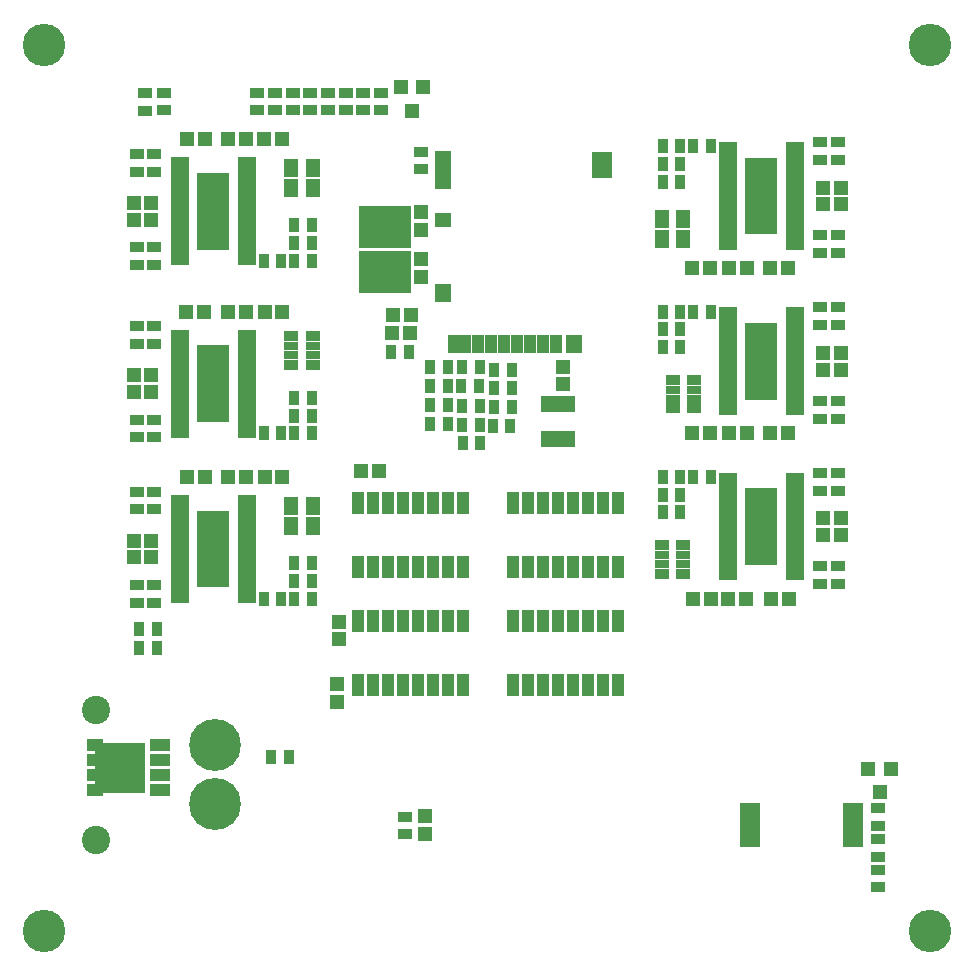
<source format=gbs>
G04 #@! TF.GenerationSoftware,KiCad,Pcbnew,(5.0.0)*
G04 #@! TF.CreationDate,2020-01-25T17:25:25+09:00*
G04 #@! TF.ProjectId,General_purpose_lancer_board,47656E6572616C5F707572706F73655F,rev?*
G04 #@! TF.SameCoordinates,PX69618a0PY822d320*
G04 #@! TF.FileFunction,Soldermask,Bot*
G04 #@! TF.FilePolarity,Negative*
%FSLAX46Y46*%
G04 Gerber Fmt 4.6, Leading zero omitted, Abs format (unit mm)*
G04 Created by KiCad (PCBNEW (5.0.0)) date 01/25/20 17:25:25*
%MOMM*%
%LPD*%
G01*
G04 APERTURE LIST*
%ADD10R,1.670000X1.010000*%
%ADD11R,1.420000X1.010000*%
%ADD12R,4.210000X4.310000*%
%ADD13R,1.300000X0.900000*%
%ADD14C,2.400000*%
%ADD15C,4.400000*%
%ADD16R,1.200000X1.150000*%
%ADD17R,1.100000X1.600000*%
%ADD18R,1.400000X1.600000*%
%ADD19R,1.400000X1.200000*%
%ADD20R,1.400000X3.200000*%
%ADD21R,1.700000X2.300000*%
%ADD22R,0.900000X1.300000*%
%ADD23C,3.600000*%
%ADD24R,1.700000X3.800000*%
%ADD25R,1.150000X1.200000*%
%ADD26R,2.900000X1.400000*%
%ADD27R,1.500000X0.800000*%
%ADD28R,1.600000X1.942500*%
%ADD29R,1.200000X1.300000*%
%ADD30R,1.000000X1.900000*%
%ADD31R,2.200000X1.900000*%
%ADD32R,1.200000X0.900000*%
%ADD33R,1.200000X0.800000*%
G04 APERTURE END LIST*
D10*
G04 #@! TO.C,FET13*
X12270000Y18205000D03*
X12270000Y16935000D03*
X12270000Y15665000D03*
X12270000Y14395000D03*
D11*
X6805000Y14395000D03*
X6805000Y15665000D03*
X6805000Y16935000D03*
X6805000Y18205000D03*
D12*
X8910000Y16300000D03*
G04 #@! TD*
D13*
G04 #@! TO.C,R108*
X73100000Y7650000D03*
X73100000Y6150000D03*
G04 #@! TD*
D14*
G04 #@! TO.C,J3*
X6900000Y21200000D03*
X6900000Y10200000D03*
D15*
X16900000Y18200000D03*
X16900000Y13200000D03*
G04 #@! TD*
D16*
G04 #@! TO.C,C48*
X64000000Y30600000D03*
X65500000Y30600000D03*
G04 #@! TD*
D17*
G04 #@! TO.C,J13*
X37150000Y52200000D03*
X38100000Y52200000D03*
X45800000Y52200000D03*
X44700000Y52200000D03*
X43600000Y52200000D03*
X42500000Y52200000D03*
X41400000Y52200000D03*
X40300000Y52200000D03*
X39200000Y52200000D03*
D18*
X47350000Y52200000D03*
X36200000Y56500000D03*
D19*
X36200000Y62700000D03*
D20*
X36200000Y66850000D03*
D21*
X49700000Y67300000D03*
G04 #@! TD*
D22*
G04 #@! TO.C,R42*
X54850000Y37900000D03*
X56350000Y37900000D03*
G04 #@! TD*
D13*
G04 #@! TO.C,R58*
X69700000Y33350000D03*
X69700000Y31850000D03*
G04 #@! TD*
D23*
G04 #@! TO.C,REF\002A\002A*
X2500000Y77500000D03*
G04 #@! TD*
G04 #@! TO.C,REF\002A\002A*
X2500000Y2500000D03*
G04 #@! TD*
G04 #@! TO.C,REF\002A\002A*
X77500000Y2500000D03*
G04 #@! TD*
G04 #@! TO.C,REF\002A\002A*
X77500000Y77500000D03*
G04 #@! TD*
D22*
G04 #@! TO.C,R2*
X21700000Y17200000D03*
X23200000Y17200000D03*
G04 #@! TD*
D24*
G04 #@! TO.C,BZ1*
X62250000Y11400000D03*
X70950000Y11400000D03*
G04 #@! TD*
D25*
G04 #@! TO.C,C1*
X34400000Y57850000D03*
X34400000Y59350000D03*
G04 #@! TD*
G04 #@! TO.C,C3*
X34400000Y61850000D03*
X34400000Y63350000D03*
G04 #@! TD*
D16*
G04 #@! TO.C,C4*
X33450000Y53100000D03*
X31950000Y53100000D03*
G04 #@! TD*
G04 #@! TO.C,C5*
X32000000Y54600000D03*
X33500000Y54600000D03*
G04 #@! TD*
D25*
G04 #@! TO.C,C13*
X34700000Y10700000D03*
X34700000Y12200000D03*
G04 #@! TD*
D16*
G04 #@! TO.C,C24*
X29300000Y41400000D03*
X30800000Y41400000D03*
G04 #@! TD*
D25*
G04 #@! TO.C,C26*
X27300000Y23350000D03*
X27300000Y21850000D03*
G04 #@! TD*
G04 #@! TO.C,C30*
X27400000Y28650000D03*
X27400000Y27150000D03*
G04 #@! TD*
D16*
G04 #@! TO.C,C31*
X61950000Y58600000D03*
X60450000Y58600000D03*
G04 #@! TD*
G04 #@! TO.C,C32*
X18050000Y54900000D03*
X19550000Y54900000D03*
G04 #@! TD*
G04 #@! TO.C,C33*
X61900000Y30600000D03*
X60400000Y30600000D03*
G04 #@! TD*
G04 #@! TO.C,C34*
X58850000Y58600000D03*
X57350000Y58600000D03*
G04 #@! TD*
G04 #@! TO.C,C35*
X21150000Y54900000D03*
X22650000Y54900000D03*
G04 #@! TD*
G04 #@! TO.C,C36*
X58900000Y30600000D03*
X57400000Y30600000D03*
G04 #@! TD*
G04 #@! TO.C,C37*
X18050000Y69500000D03*
X19550000Y69500000D03*
G04 #@! TD*
G04 #@! TO.C,C38*
X21100000Y69500000D03*
X22600000Y69500000D03*
G04 #@! TD*
G04 #@! TO.C,C39*
X69950000Y64000000D03*
X68450000Y64000000D03*
G04 #@! TD*
G04 #@! TO.C,C40*
X10050000Y49500000D03*
X11550000Y49500000D03*
G04 #@! TD*
G04 #@! TO.C,C41*
X69950000Y36000000D03*
X68450000Y36000000D03*
G04 #@! TD*
G04 #@! TO.C,C42*
X63950000Y58600000D03*
X65450000Y58600000D03*
G04 #@! TD*
G04 #@! TO.C,C44*
X69950000Y65400000D03*
X68450000Y65400000D03*
G04 #@! TD*
G04 #@! TO.C,C45*
X16000000Y54900000D03*
X14500000Y54900000D03*
G04 #@! TD*
G04 #@! TO.C,C47*
X10050000Y48100000D03*
X11550000Y48100000D03*
G04 #@! TD*
G04 #@! TO.C,C50*
X69950000Y37400000D03*
X68450000Y37400000D03*
G04 #@! TD*
G04 #@! TO.C,C51*
X10050000Y64100000D03*
X11550000Y64100000D03*
G04 #@! TD*
G04 #@! TO.C,C52*
X16050000Y69500000D03*
X14550000Y69500000D03*
G04 #@! TD*
G04 #@! TO.C,C54*
X10050000Y62700000D03*
X11550000Y62700000D03*
G04 #@! TD*
G04 #@! TO.C,C59*
X18050000Y40900000D03*
X19550000Y40900000D03*
G04 #@! TD*
G04 #@! TO.C,C60*
X61950000Y44600000D03*
X60450000Y44600000D03*
G04 #@! TD*
G04 #@! TO.C,C61*
X21150000Y40900000D03*
X22650000Y40900000D03*
G04 #@! TD*
G04 #@! TO.C,C62*
X58850000Y44600000D03*
X57350000Y44600000D03*
G04 #@! TD*
G04 #@! TO.C,C65*
X10050000Y35500000D03*
X11550000Y35500000D03*
G04 #@! TD*
G04 #@! TO.C,C66*
X69950000Y50000000D03*
X68450000Y50000000D03*
G04 #@! TD*
G04 #@! TO.C,C67*
X16050000Y40900000D03*
X14550000Y40900000D03*
G04 #@! TD*
G04 #@! TO.C,C69*
X10050000Y34100000D03*
X11550000Y34100000D03*
G04 #@! TD*
G04 #@! TO.C,C70*
X63950000Y44600000D03*
X65450000Y44600000D03*
G04 #@! TD*
G04 #@! TO.C,C72*
X69950000Y51400000D03*
X68450000Y51400000D03*
G04 #@! TD*
D26*
G04 #@! TO.C,C83*
X46000000Y47100000D03*
X46000000Y44100000D03*
G04 #@! TD*
D25*
G04 #@! TO.C,C84*
X46400000Y48750000D03*
X46400000Y50250000D03*
G04 #@! TD*
D27*
G04 #@! TO.C,IC1*
X66050000Y68925000D03*
X66050000Y68275000D03*
X66050000Y67625000D03*
X66050000Y66975000D03*
X66050000Y66325000D03*
X66050000Y65675000D03*
X66050000Y65025000D03*
X66050000Y64375000D03*
X66050000Y63725000D03*
X66050000Y63075000D03*
X66050000Y62425000D03*
X66050000Y61775000D03*
X66050000Y61125000D03*
X66050000Y60475000D03*
X60350000Y60475000D03*
X60350000Y61125000D03*
X60350000Y61775000D03*
X60350000Y62425000D03*
X60350000Y63075000D03*
X60350000Y63725000D03*
X60350000Y64375000D03*
X60350000Y65025000D03*
X60350000Y65675000D03*
X60350000Y66325000D03*
X60350000Y66975000D03*
X60350000Y67625000D03*
X60350000Y68275000D03*
X60350000Y68925000D03*
D28*
X62600000Y62386250D03*
X62600000Y63928750D03*
X62600000Y65471250D03*
X62600000Y67013750D03*
X63800000Y62386250D03*
X63800000Y63928750D03*
X63800000Y65471250D03*
X63800000Y67013750D03*
G04 #@! TD*
D27*
G04 #@! TO.C,IC2*
X13950000Y44575000D03*
X13950000Y45225000D03*
X13950000Y45875000D03*
X13950000Y46525000D03*
X13950000Y47175000D03*
X13950000Y47825000D03*
X13950000Y48475000D03*
X13950000Y49125000D03*
X13950000Y49775000D03*
X13950000Y50425000D03*
X13950000Y51075000D03*
X13950000Y51725000D03*
X13950000Y52375000D03*
X13950000Y53025000D03*
X19650000Y53025000D03*
X19650000Y52375000D03*
X19650000Y51725000D03*
X19650000Y51075000D03*
X19650000Y50425000D03*
X19650000Y49775000D03*
X19650000Y49125000D03*
X19650000Y48475000D03*
X19650000Y47825000D03*
X19650000Y47175000D03*
X19650000Y46525000D03*
X19650000Y45875000D03*
X19650000Y45225000D03*
X19650000Y44575000D03*
D28*
X17400000Y51113750D03*
X17400000Y49571250D03*
X17400000Y48028750D03*
X17400000Y46486250D03*
X16200000Y51113750D03*
X16200000Y49571250D03*
X16200000Y48028750D03*
X16200000Y46486250D03*
G04 #@! TD*
D27*
G04 #@! TO.C,IC3*
X66050000Y40925000D03*
X66050000Y40275000D03*
X66050000Y39625000D03*
X66050000Y38975000D03*
X66050000Y38325000D03*
X66050000Y37675000D03*
X66050000Y37025000D03*
X66050000Y36375000D03*
X66050000Y35725000D03*
X66050000Y35075000D03*
X66050000Y34425000D03*
X66050000Y33775000D03*
X66050000Y33125000D03*
X66050000Y32475000D03*
X60350000Y32475000D03*
X60350000Y33125000D03*
X60350000Y33775000D03*
X60350000Y34425000D03*
X60350000Y35075000D03*
X60350000Y35725000D03*
X60350000Y36375000D03*
X60350000Y37025000D03*
X60350000Y37675000D03*
X60350000Y38325000D03*
X60350000Y38975000D03*
X60350000Y39625000D03*
X60350000Y40275000D03*
X60350000Y40925000D03*
D28*
X62600000Y34386250D03*
X62600000Y35928750D03*
X62600000Y37471250D03*
X62600000Y39013750D03*
X63800000Y34386250D03*
X63800000Y35928750D03*
X63800000Y37471250D03*
X63800000Y39013750D03*
G04 #@! TD*
D27*
G04 #@! TO.C,IC4*
X13950000Y59175000D03*
X13950000Y59825000D03*
X13950000Y60475000D03*
X13950000Y61125000D03*
X13950000Y61775000D03*
X13950000Y62425000D03*
X13950000Y63075000D03*
X13950000Y63725000D03*
X13950000Y64375000D03*
X13950000Y65025000D03*
X13950000Y65675000D03*
X13950000Y66325000D03*
X13950000Y66975000D03*
X13950000Y67625000D03*
X19650000Y67625000D03*
X19650000Y66975000D03*
X19650000Y66325000D03*
X19650000Y65675000D03*
X19650000Y65025000D03*
X19650000Y64375000D03*
X19650000Y63725000D03*
X19650000Y63075000D03*
X19650000Y62425000D03*
X19650000Y61775000D03*
X19650000Y61125000D03*
X19650000Y60475000D03*
X19650000Y59825000D03*
X19650000Y59175000D03*
D28*
X17400000Y65713750D03*
X17400000Y64171250D03*
X17400000Y62628750D03*
X17400000Y61086250D03*
X16200000Y65713750D03*
X16200000Y64171250D03*
X16200000Y62628750D03*
X16200000Y61086250D03*
G04 #@! TD*
D27*
G04 #@! TO.C,IC5*
X13950000Y30575000D03*
X13950000Y31225000D03*
X13950000Y31875000D03*
X13950000Y32525000D03*
X13950000Y33175000D03*
X13950000Y33825000D03*
X13950000Y34475000D03*
X13950000Y35125000D03*
X13950000Y35775000D03*
X13950000Y36425000D03*
X13950000Y37075000D03*
X13950000Y37725000D03*
X13950000Y38375000D03*
X13950000Y39025000D03*
X19650000Y39025000D03*
X19650000Y38375000D03*
X19650000Y37725000D03*
X19650000Y37075000D03*
X19650000Y36425000D03*
X19650000Y35775000D03*
X19650000Y35125000D03*
X19650000Y34475000D03*
X19650000Y33825000D03*
X19650000Y33175000D03*
X19650000Y32525000D03*
X19650000Y31875000D03*
X19650000Y31225000D03*
X19650000Y30575000D03*
D28*
X17400000Y37113750D03*
X17400000Y35571250D03*
X17400000Y34028750D03*
X17400000Y32486250D03*
X16200000Y37113750D03*
X16200000Y35571250D03*
X16200000Y34028750D03*
X16200000Y32486250D03*
G04 #@! TD*
D27*
G04 #@! TO.C,IC6*
X66050000Y54925000D03*
X66050000Y54275000D03*
X66050000Y53625000D03*
X66050000Y52975000D03*
X66050000Y52325000D03*
X66050000Y51675000D03*
X66050000Y51025000D03*
X66050000Y50375000D03*
X66050000Y49725000D03*
X66050000Y49075000D03*
X66050000Y48425000D03*
X66050000Y47775000D03*
X66050000Y47125000D03*
X66050000Y46475000D03*
X60350000Y46475000D03*
X60350000Y47125000D03*
X60350000Y47775000D03*
X60350000Y48425000D03*
X60350000Y49075000D03*
X60350000Y49725000D03*
X60350000Y50375000D03*
X60350000Y51025000D03*
X60350000Y51675000D03*
X60350000Y52325000D03*
X60350000Y52975000D03*
X60350000Y53625000D03*
X60350000Y54275000D03*
X60350000Y54925000D03*
D28*
X62600000Y48386250D03*
X62600000Y49928750D03*
X62600000Y51471250D03*
X62600000Y53013750D03*
X63800000Y48386250D03*
X63800000Y49928750D03*
X63800000Y51471250D03*
X63800000Y53013750D03*
G04 #@! TD*
D22*
G04 #@! TO.C,L1*
X31850000Y51500000D03*
X33350000Y51500000D03*
G04 #@! TD*
G04 #@! TO.C,L3*
X40550000Y46800000D03*
X42050000Y46800000D03*
G04 #@! TD*
G04 #@! TO.C,L4*
X40550000Y50000000D03*
X42050000Y50000000D03*
G04 #@! TD*
G04 #@! TO.C,L5*
X36650000Y50200000D03*
X35150000Y50200000D03*
G04 #@! TD*
G04 #@! TO.C,L6*
X39350000Y50200000D03*
X37850000Y50200000D03*
G04 #@! TD*
G04 #@! TO.C,L7*
X39350000Y46900000D03*
X37850000Y46900000D03*
G04 #@! TD*
G04 #@! TO.C,L8*
X36650000Y47000000D03*
X35150000Y47000000D03*
G04 #@! TD*
D29*
G04 #@! TO.C,Q2*
X32650000Y73900000D03*
X34550000Y73900000D03*
X33600000Y71900000D03*
G04 #@! TD*
G04 #@! TO.C,Q3*
X72250000Y16200000D03*
X74150000Y16200000D03*
X73200000Y14200000D03*
G04 #@! TD*
D13*
G04 #@! TO.C,R5*
X33000000Y10650000D03*
X33000000Y12150000D03*
G04 #@! TD*
D22*
G04 #@! TO.C,R34*
X54850000Y68900000D03*
X56350000Y68900000D03*
G04 #@! TD*
G04 #@! TO.C,R35*
X25150000Y44600000D03*
X23650000Y44600000D03*
G04 #@! TD*
G04 #@! TO.C,R36*
X54850000Y40900000D03*
X56350000Y40900000D03*
G04 #@! TD*
G04 #@! TO.C,R37*
X54850000Y67400000D03*
X56350000Y67400000D03*
G04 #@! TD*
G04 #@! TO.C,R38*
X25150000Y46100000D03*
X23650000Y46100000D03*
G04 #@! TD*
G04 #@! TO.C,R39*
X54850000Y39400000D03*
X56350000Y39400000D03*
G04 #@! TD*
G04 #@! TO.C,R40*
X54850000Y65900000D03*
X56350000Y65900000D03*
G04 #@! TD*
G04 #@! TO.C,R41*
X25150000Y47600000D03*
X23650000Y47600000D03*
G04 #@! TD*
G04 #@! TO.C,R43*
X57450000Y68900000D03*
X58950000Y68900000D03*
G04 #@! TD*
G04 #@! TO.C,R44*
X22550000Y44600000D03*
X21050000Y44600000D03*
G04 #@! TD*
G04 #@! TO.C,R45*
X57400000Y40900000D03*
X58900000Y40900000D03*
G04 #@! TD*
G04 #@! TO.C,R46*
X25150000Y59200000D03*
X23650000Y59200000D03*
G04 #@! TD*
G04 #@! TO.C,R47*
X25150000Y60700000D03*
X23650000Y60700000D03*
G04 #@! TD*
G04 #@! TO.C,R48*
X25150000Y62200000D03*
X23650000Y62200000D03*
G04 #@! TD*
G04 #@! TO.C,R49*
X22550000Y59200000D03*
X21050000Y59200000D03*
G04 #@! TD*
D13*
G04 #@! TO.C,R50*
X69700000Y61350000D03*
X69700000Y59850000D03*
G04 #@! TD*
G04 #@! TO.C,R51*
X68200000Y61350000D03*
X68200000Y59850000D03*
G04 #@! TD*
G04 #@! TO.C,R52*
X68200000Y67750000D03*
X68200000Y69250000D03*
G04 #@! TD*
G04 #@! TO.C,R53*
X69700000Y67750000D03*
X69700000Y69250000D03*
G04 #@! TD*
G04 #@! TO.C,R54*
X10300000Y52150000D03*
X10300000Y53650000D03*
G04 #@! TD*
G04 #@! TO.C,R55*
X11800000Y52150000D03*
X11800000Y53650000D03*
G04 #@! TD*
G04 #@! TO.C,R56*
X11800000Y45750000D03*
X11800000Y44250000D03*
G04 #@! TD*
G04 #@! TO.C,R57*
X10300000Y45750000D03*
X10300000Y44250000D03*
G04 #@! TD*
G04 #@! TO.C,R59*
X68200000Y33350000D03*
X68200000Y31850000D03*
G04 #@! TD*
G04 #@! TO.C,R60*
X68200000Y39750000D03*
X68200000Y41250000D03*
G04 #@! TD*
G04 #@! TO.C,R61*
X69700000Y39750000D03*
X69700000Y41250000D03*
G04 #@! TD*
G04 #@! TO.C,R62*
X10300000Y66750000D03*
X10300000Y68250000D03*
G04 #@! TD*
G04 #@! TO.C,R63*
X11800000Y66750000D03*
X11800000Y68250000D03*
G04 #@! TD*
G04 #@! TO.C,R64*
X11800000Y60350000D03*
X11800000Y58850000D03*
G04 #@! TD*
G04 #@! TO.C,R65*
X10300000Y60350000D03*
X10300000Y58850000D03*
G04 #@! TD*
D22*
G04 #@! TO.C,R66*
X25150000Y30600000D03*
X23650000Y30600000D03*
G04 #@! TD*
G04 #@! TO.C,R67*
X54850000Y54900000D03*
X56350000Y54900000D03*
G04 #@! TD*
G04 #@! TO.C,R68*
X25150000Y32100000D03*
X23650000Y32100000D03*
G04 #@! TD*
G04 #@! TO.C,R69*
X54850000Y53400000D03*
X56350000Y53400000D03*
G04 #@! TD*
G04 #@! TO.C,R70*
X25150000Y33600000D03*
X23650000Y33600000D03*
G04 #@! TD*
G04 #@! TO.C,R71*
X54850000Y51900000D03*
X56350000Y51900000D03*
G04 #@! TD*
G04 #@! TO.C,R72*
X22550000Y30600000D03*
X21050000Y30600000D03*
G04 #@! TD*
G04 #@! TO.C,R73*
X57450000Y54900000D03*
X58950000Y54900000D03*
G04 #@! TD*
D13*
G04 #@! TO.C,R74*
X12600000Y71950000D03*
X12600000Y73450000D03*
G04 #@! TD*
G04 #@! TO.C,R75*
X10300000Y38150000D03*
X10300000Y39650000D03*
G04 #@! TD*
G04 #@! TO.C,R76*
X11800000Y38150000D03*
X11800000Y39650000D03*
G04 #@! TD*
G04 #@! TO.C,R77*
X11800000Y31750000D03*
X11800000Y30250000D03*
G04 #@! TD*
G04 #@! TO.C,R78*
X10300000Y31750000D03*
X10300000Y30250000D03*
G04 #@! TD*
G04 #@! TO.C,R79*
X69700000Y47350000D03*
X69700000Y45850000D03*
G04 #@! TD*
G04 #@! TO.C,R80*
X68200000Y47350000D03*
X68200000Y45850000D03*
G04 #@! TD*
G04 #@! TO.C,R81*
X68200000Y53750000D03*
X68200000Y55250000D03*
G04 #@! TD*
G04 #@! TO.C,R82*
X69700000Y53750000D03*
X69700000Y55250000D03*
G04 #@! TD*
G04 #@! TO.C,R83*
X11000000Y71900000D03*
X11000000Y73400000D03*
G04 #@! TD*
D22*
G04 #@! TO.C,R97*
X37800000Y48600000D03*
X39300000Y48600000D03*
G04 #@! TD*
G04 #@! TO.C,R98*
X10500000Y28000000D03*
X12000000Y28000000D03*
G04 #@! TD*
G04 #@! TO.C,R99*
X10500000Y26400000D03*
X12000000Y26400000D03*
G04 #@! TD*
G04 #@! TO.C,R100*
X41950000Y45200000D03*
X40450000Y45200000D03*
G04 #@! TD*
G04 #@! TO.C,R101*
X42050000Y48400000D03*
X40550000Y48400000D03*
G04 #@! TD*
G04 #@! TO.C,R102*
X35150000Y48600000D03*
X36650000Y48600000D03*
G04 #@! TD*
G04 #@! TO.C,R103*
X39350000Y45300000D03*
X37850000Y45300000D03*
G04 #@! TD*
G04 #@! TO.C,R104*
X37900000Y43800000D03*
X39400000Y43800000D03*
G04 #@! TD*
G04 #@! TO.C,R105*
X35150000Y45400000D03*
X36650000Y45400000D03*
G04 #@! TD*
D13*
G04 #@! TO.C,R106*
X34400000Y68450000D03*
X34400000Y66950000D03*
G04 #@! TD*
G04 #@! TO.C,R107*
X73100000Y11350000D03*
X73100000Y12850000D03*
G04 #@! TD*
G04 #@! TO.C,R109*
X28000000Y71950000D03*
X28000000Y73450000D03*
G04 #@! TD*
G04 #@! TO.C,R110*
X26500000Y71950000D03*
X26500000Y73450000D03*
G04 #@! TD*
G04 #@! TO.C,R111*
X29500000Y73450000D03*
X29500000Y71950000D03*
G04 #@! TD*
G04 #@! TO.C,R112*
X25000000Y71950000D03*
X25000000Y73450000D03*
G04 #@! TD*
G04 #@! TO.C,R113*
X23500000Y71950000D03*
X23500000Y73450000D03*
G04 #@! TD*
G04 #@! TO.C,R114*
X31000000Y73450000D03*
X31000000Y71950000D03*
G04 #@! TD*
G04 #@! TO.C,R115*
X22000000Y71950000D03*
X22000000Y73450000D03*
G04 #@! TD*
G04 #@! TO.C,R116*
X20500000Y71950000D03*
X20500000Y73450000D03*
G04 #@! TD*
G04 #@! TO.C,R117*
X73100000Y8750000D03*
X73100000Y10250000D03*
G04 #@! TD*
D30*
G04 #@! TO.C,U4*
X37945000Y33300000D03*
X36675000Y33300000D03*
X35405000Y33300000D03*
X34135000Y33300000D03*
X32865000Y33300000D03*
X31595000Y33300000D03*
X30325000Y33300000D03*
X29055000Y33300000D03*
X29055000Y38700000D03*
X30325000Y38700000D03*
X31595000Y38700000D03*
X32865000Y38700000D03*
X34135000Y38700000D03*
X35405000Y38700000D03*
X36675000Y38700000D03*
X37945000Y38700000D03*
G04 #@! TD*
G04 #@! TO.C,U5*
X51045000Y33300000D03*
X49775000Y33300000D03*
X48505000Y33300000D03*
X47235000Y33300000D03*
X45965000Y33300000D03*
X44695000Y33300000D03*
X43425000Y33300000D03*
X42155000Y33300000D03*
X42155000Y38700000D03*
X43425000Y38700000D03*
X44695000Y38700000D03*
X45965000Y38700000D03*
X47235000Y38700000D03*
X48505000Y38700000D03*
X49775000Y38700000D03*
X51045000Y38700000D03*
G04 #@! TD*
G04 #@! TO.C,U6*
X37945000Y23300000D03*
X36675000Y23300000D03*
X35405000Y23300000D03*
X34135000Y23300000D03*
X32865000Y23300000D03*
X31595000Y23300000D03*
X30325000Y23300000D03*
X29055000Y23300000D03*
X29055000Y28700000D03*
X30325000Y28700000D03*
X31595000Y28700000D03*
X32865000Y28700000D03*
X34135000Y28700000D03*
X35405000Y28700000D03*
X36675000Y28700000D03*
X37945000Y28700000D03*
G04 #@! TD*
G04 #@! TO.C,U7*
X51045000Y23300000D03*
X49775000Y23300000D03*
X48505000Y23300000D03*
X47235000Y23300000D03*
X45965000Y23300000D03*
X44695000Y23300000D03*
X43425000Y23300000D03*
X42155000Y23300000D03*
X42155000Y28700000D03*
X43425000Y28700000D03*
X44695000Y28700000D03*
X45965000Y28700000D03*
X47235000Y28700000D03*
X48505000Y28700000D03*
X49775000Y28700000D03*
X51045000Y28700000D03*
G04 #@! TD*
D31*
G04 #@! TO.C,X1*
X32400000Y61250000D03*
X30200000Y61250000D03*
X30200000Y62950000D03*
X32400000Y62950000D03*
G04 #@! TD*
G04 #@! TO.C,X2*
X32400000Y57400000D03*
X30200000Y57400000D03*
X30200000Y59100000D03*
X32400000Y59100000D03*
G04 #@! TD*
D32*
G04 #@! TO.C,RN1*
X54800000Y60700000D03*
D33*
X54800000Y62300000D03*
X54800000Y61500000D03*
D32*
X54800000Y63100000D03*
D33*
X56600000Y61500000D03*
D32*
X56600000Y60700000D03*
D33*
X56600000Y62300000D03*
D32*
X56600000Y63100000D03*
G04 #@! TD*
G04 #@! TO.C,RN2*
X25200000Y52800000D03*
D33*
X25200000Y51200000D03*
X25200000Y52000000D03*
D32*
X25200000Y50400000D03*
D33*
X23400000Y52000000D03*
D32*
X23400000Y52800000D03*
D33*
X23400000Y51200000D03*
D32*
X23400000Y50400000D03*
G04 #@! TD*
G04 #@! TO.C,RN3*
X54800000Y32700000D03*
D33*
X54800000Y34300000D03*
X54800000Y33500000D03*
D32*
X54800000Y35100000D03*
D33*
X56600000Y33500000D03*
D32*
X56600000Y32700000D03*
D33*
X56600000Y34300000D03*
D32*
X56600000Y35100000D03*
G04 #@! TD*
G04 #@! TO.C,RN4*
X25200000Y67400000D03*
D33*
X25200000Y65800000D03*
X25200000Y66600000D03*
D32*
X25200000Y65000000D03*
D33*
X23400000Y66600000D03*
D32*
X23400000Y67400000D03*
D33*
X23400000Y65800000D03*
D32*
X23400000Y65000000D03*
G04 #@! TD*
G04 #@! TO.C,RN5*
X25200000Y38800000D03*
D33*
X25200000Y37200000D03*
X25200000Y38000000D03*
D32*
X25200000Y36400000D03*
D33*
X23400000Y38000000D03*
D32*
X23400000Y38800000D03*
D33*
X23400000Y37200000D03*
D32*
X23400000Y36400000D03*
G04 #@! TD*
G04 #@! TO.C,RN6*
X55700000Y46700000D03*
D33*
X55700000Y48300000D03*
X55700000Y47500000D03*
D32*
X55700000Y49100000D03*
D33*
X57500000Y47500000D03*
D32*
X57500000Y46700000D03*
D33*
X57500000Y48300000D03*
D32*
X57500000Y49100000D03*
G04 #@! TD*
M02*

</source>
